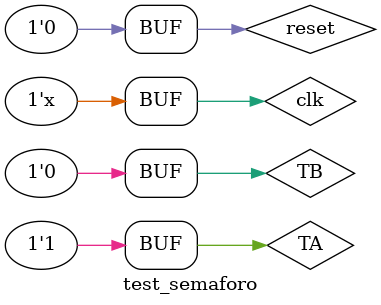
<source format=sv>
`timescale 1ns / 1ps

module test_semaforo();
    logic clk, reset;
    logic TA, TB;
    logic [2:0] LA; 
    logic [2:0] LB;
    
    semaforo DUT(.clk(clk),
                  .reset(reset),
                  .TA(TA),
                  .TB(TB),
                  .LA(LA),
                  .LB(LB));
                  
    always #10 clk = ~clk; 
    
    initial begin
        clk = 0;
        reset = 1;
        TA = 0;
        TB = 0;
        
        #20 reset = 0;
        #5 TA = 1;
        #30 TA = 0;
            TB = 1;
        #30 TA = 1;    
        #50 TB = 0;
   
    end       
endmodule

</source>
